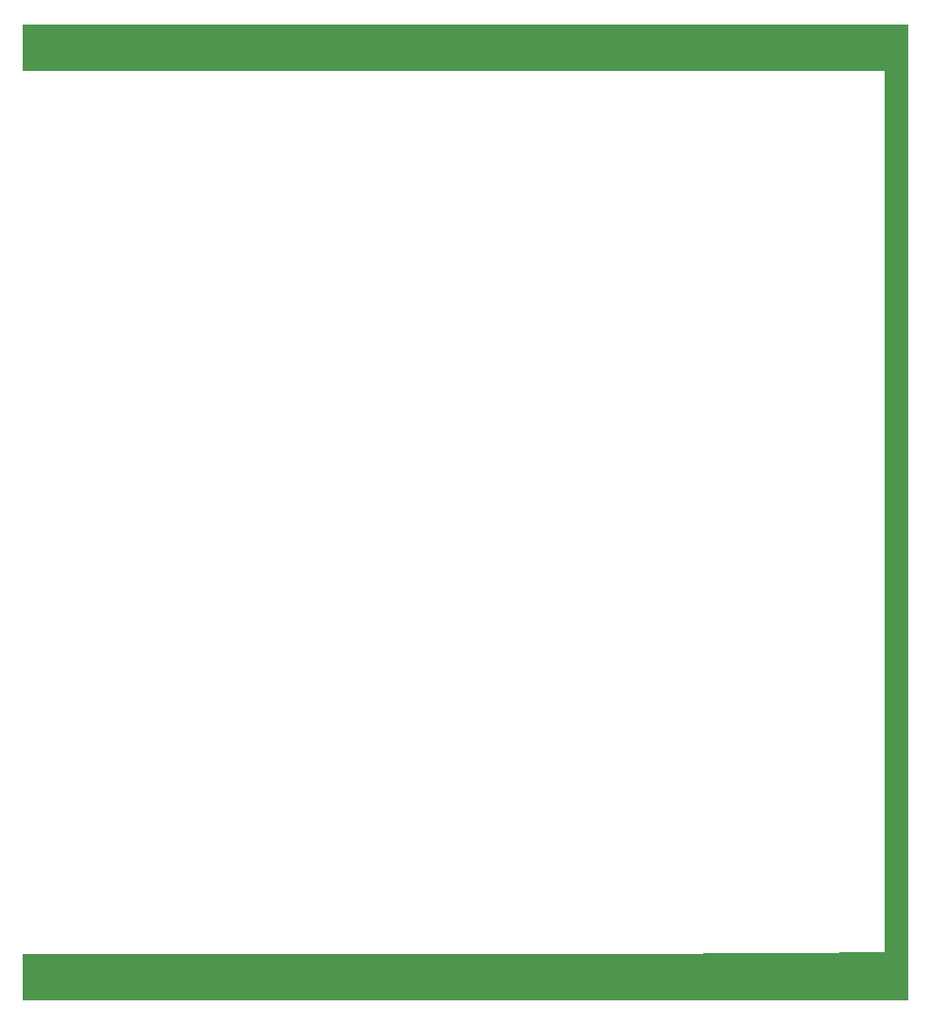
<source format=gbr>
%TF.GenerationSoftware,KiCad,Pcbnew,(5.1.10)-1*%
%TF.CreationDate,2021-11-30T13:01:00-06:00*%
%TF.ProjectId,Charges_KiCAD_Project,43686172-6765-4735-9f4b-694341445f50,rev?*%
%TF.SameCoordinates,Original*%
%TF.FileFunction,Legend,Bot*%
%TF.FilePolarity,Positive*%
%FSLAX46Y46*%
G04 Gerber Fmt 4.6, Leading zero omitted, Abs format (unit mm)*
G04 Created by KiCad (PCBNEW (5.1.10)-1) date 2021-11-30 13:01:00*
%MOMM*%
%LPD*%
G01*
G04 APERTURE LIST*
%ADD10C,0.100000*%
G04 APERTURE END LIST*
D10*
G36*
X176149000Y-139700000D02*
G01*
X96901000Y-139700000D01*
X96901000Y-135636000D01*
X151638000Y-135636000D01*
X176149000Y-135509000D01*
X176149000Y-139700000D01*
G37*
X176149000Y-139700000D02*
X96901000Y-139700000D01*
X96901000Y-135636000D01*
X151638000Y-135636000D01*
X176149000Y-135509000D01*
X176149000Y-139700000D01*
G36*
X176149000Y-139700000D02*
G01*
X174117000Y-139700000D01*
X174117000Y-52451000D01*
X176149000Y-52451000D01*
X176149000Y-139700000D01*
G37*
X176149000Y-139700000D02*
X174117000Y-139700000D01*
X174117000Y-52451000D01*
X176149000Y-52451000D01*
X176149000Y-139700000D01*
G36*
X176149000Y-56515000D02*
G01*
X96901000Y-56515000D01*
X96901000Y-52451000D01*
X176149000Y-52451000D01*
X176149000Y-56515000D01*
G37*
X176149000Y-56515000D02*
X96901000Y-56515000D01*
X96901000Y-52451000D01*
X176149000Y-52451000D01*
X176149000Y-56515000D01*
M02*

</source>
